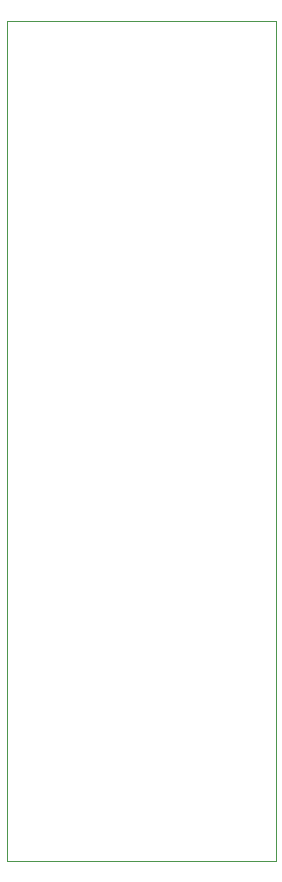
<source format=gbr>
G04 #@! TF.GenerationSoftware,KiCad,Pcbnew,(7.0.0-0)*
G04 #@! TF.CreationDate,2023-04-18T09:29:12+01:00*
G04 #@! TF.ProjectId,GAL26Adapter,47414c32-3641-4646-9170-7465722e6b69,rev?*
G04 #@! TF.SameCoordinates,Original*
G04 #@! TF.FileFunction,Profile,NP*
%FSLAX46Y46*%
G04 Gerber Fmt 4.6, Leading zero omitted, Abs format (unit mm)*
G04 Created by KiCad (PCBNEW (7.0.0-0)) date 2023-04-18 09:29:12*
%MOMM*%
%LPD*%
G01*
G04 APERTURE LIST*
G04 #@! TA.AperFunction,Profile*
%ADD10C,0.050000*%
G04 #@! TD*
G04 APERTURE END LIST*
D10*
X126500000Y-77690000D02*
X126500000Y-148810000D01*
X149233000Y-77690000D02*
X149233000Y-148810000D01*
X126500000Y-148810000D02*
X149233000Y-148810000D01*
X126500000Y-77690000D02*
X149233000Y-77690000D01*
M02*

</source>
